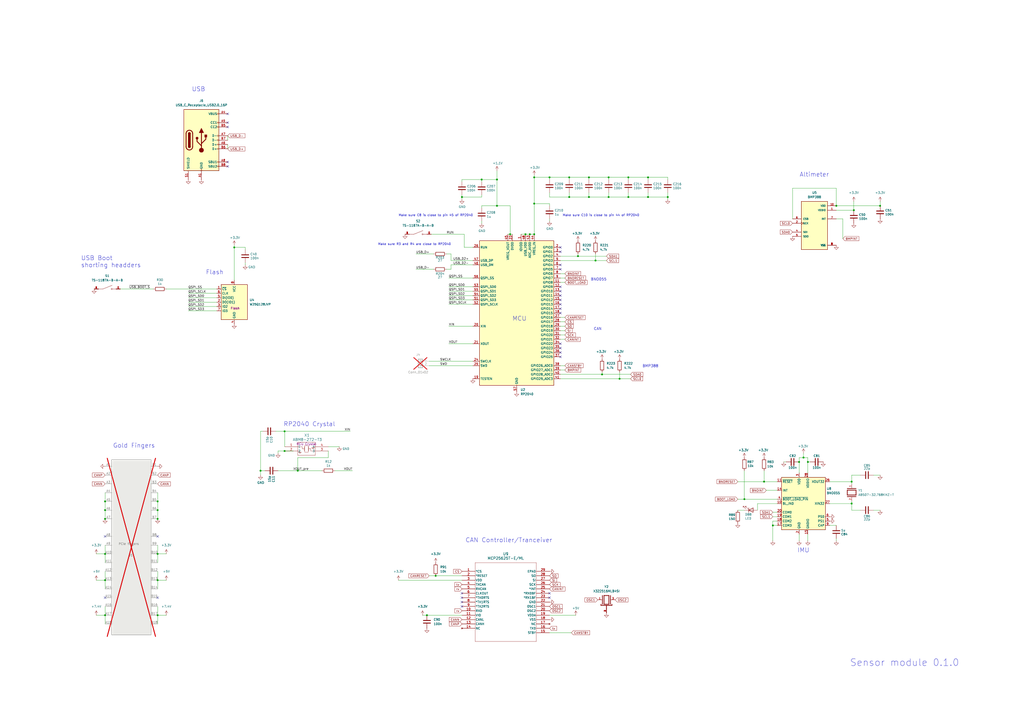
<source format=kicad_sch>
(kicad_sch (version 20231120) (generator "eeschema") (generator_version "8.0")
  (paper "A2")
  (junction (at 359.41 219.71))
  (junction (at 252.73 334.01))
  (junction (at 151.13 273.05))
  (junction (at 91.44 295.91))
  (junction (at 330.2 114.3))
  (junction (at 60.96 321.31))
  (junction (at 135.89 143.51))
  (junction (at 463.55 267.97))
  (junction (at 60.96 295.91))
  (junction (at 91.44 300.99))
  (junction (at 349.25 217.17))
  (junction (at 341.63 102.87))
  (junction (at 91.44 290.83))
  (junction (at 288.29 104.14))
  (junction (at 288.29 119.38))
  (junction (at 267.97 114.3))
  (junction (at 468.63 267.97))
  (junction (at 431.8 289.56))
  (junction (at 330.2 102.87))
  (junction (at 318.77 102.87))
  (junction (at 91.44 356.87))
  (junction (at 448.31 304.8))
  (junction (at 60.96 300.99))
  (junction (at 510.54 119.38))
  (junction (at 295.91 135.89))
  (junction (at 60.96 356.87))
  (junction (at 309.88 118.11))
  (junction (at 494.03 292.1))
  (junction (at 307.34 135.89))
  (junction (at 309.88 135.89))
  (junction (at 309.88 102.87))
  (junction (at 341.63 114.3))
  (junction (at 91.44 336.55))
  (junction (at 247.65 356.87))
  (junction (at 375.92 114.3))
  (junction (at 364.49 102.87))
  (junction (at 335.28 148.59))
  (junction (at 172.72 273.05))
  (junction (at 60.96 290.83))
  (junction (at 353.06 114.3))
  (junction (at 304.8 135.89))
  (junction (at 375.92 102.87))
  (junction (at 466.09 265.43))
  (junction (at 91.44 321.31))
  (junction (at 353.06 102.87))
  (junction (at 387.35 114.3))
  (junction (at 165.1 261.62))
  (junction (at 443.23 279.4))
  (junction (at 494.03 279.4))
  (junction (at 279.4 104.14))
  (junction (at 165.1 250.19))
  (junction (at 495.3 121.92))
  (junction (at 364.49 114.3))
  (junction (at 485.14 119.38))
  (junction (at 60.96 336.55))
  (junction (at 345.44 151.13))
  (no_connect (at 91.44 346.71))
  (no_connect (at 318.77 344.17))
  (no_connect (at 132.08 96.52))
  (no_connect (at 132.08 93.98))
  (no_connect (at 325.12 179.07))
  (no_connect (at 91.44 311.15))
  (no_connect (at 267.97 351.79))
  (no_connect (at 325.12 204.47))
  (no_connect (at 325.12 171.45))
  (no_connect (at 325.12 201.93))
  (no_connect (at 325.12 166.37))
  (no_connect (at 325.12 146.05))
  (no_connect (at 60.96 346.71))
  (no_connect (at 132.08 71.12))
  (no_connect (at 267.97 344.17))
  (no_connect (at 132.08 73.66))
  (no_connect (at 325.12 156.21))
  (no_connect (at 325.12 168.91))
  (no_connect (at 267.97 346.71))
  (no_connect (at 325.12 143.51))
  (no_connect (at 325.12 176.53))
  (no_connect (at 325.12 153.67))
  (no_connect (at 267.97 349.25))
  (no_connect (at 325.12 199.39))
  (no_connect (at 132.08 66.04))
  (no_connect (at 325.12 173.99))
  (no_connect (at 60.96 311.15))
  (no_connect (at 325.12 181.61))
  (no_connect (at 318.77 346.71))
  (no_connect (at 325.12 207.01))
  (wire (pts (xy 261.62 156.21) (xy 261.62 153.67)))
  (wire (pts (xy 260.35 171.45) (xy 274.32 171.45)))
  (wire (pts (xy 91.44 290.83) (xy 91.44 295.91)))
  (wire (pts (xy 309.88 118.11) (xy 318.77 118.11)))
  (wire (pts (xy 304.8 135.89) (xy 307.34 135.89)))
  (wire (pts (xy 495.3 121.92) (xy 495.3 116.84)))
  (wire (pts (xy 279.4 120.65) (xy 279.4 119.38)))
  (wire (pts (xy 327.66 189.23) (xy 325.12 189.23)))
  (wire (pts (xy 172.72 265.43) (xy 172.72 273.05)))
  (wire (pts (xy 261.62 147.32) (xy 261.62 151.13)))
  (wire (pts (xy 359.41 219.71) (xy 365.76 219.71)))
  (wire (pts (xy 443.23 273.05) (xy 443.23 279.4)))
  (wire (pts (xy 279.4 104.14) (xy 288.29 104.14)))
  (wire (pts (xy 109.22 170.18) (xy 125.73 170.18)))
  (wire (pts (xy 327.66 184.15) (xy 325.12 184.15)))
  (wire (pts (xy 469.9 267.97) (xy 468.63 267.97)))
  (wire (pts (xy 60.96 285.75) (xy 60.96 290.83)))
  (wire (pts (xy 481.33 304.8) (xy 485.14 304.8)))
  (wire (pts (xy 274.32 176.53) (xy 260.35 176.53)))
  (wire (pts (xy 248.92 212.09) (xy 274.32 212.09)))
  (wire (pts (xy 267.97 113.03) (xy 267.97 114.3)))
  (wire (pts (xy 349.25 215.9) (xy 349.25 217.17)))
  (wire (pts (xy 91.44 321.31) (xy 91.44 326.39)))
  (wire (pts (xy 345.44 151.13) (xy 351.79 151.13)))
  (wire (pts (xy 463.55 265.43) (xy 463.55 267.97)))
  (wire (pts (xy 448.31 302.26) (xy 448.31 304.8)))
  (wire (pts (xy 269.24 135.89) (xy 250.19 135.89)))
  (wire (pts (xy 91.44 295.91) (xy 91.44 300.99)))
  (wire (pts (xy 375.92 114.3) (xy 387.35 114.3)))
  (wire (pts (xy 318.77 127) (xy 318.77 128.27)))
  (wire (pts (xy 160.02 250.19) (xy 165.1 250.19)))
  (wire (pts (xy 288.29 119.38) (xy 295.91 119.38)))
  (wire (pts (xy 431.8 289.56) (xy 450.85 289.56)))
  (wire (pts (xy 161.29 261.62) (xy 161.29 262.89)))
  (wire (pts (xy 335.28 147.32) (xy 335.28 148.59)))
  (wire (pts (xy 132.08 78.74) (xy 132.08 81.28)))
  (wire (pts (xy 327.66 212.09) (xy 325.12 212.09)))
  (wire (pts (xy 325.12 151.13) (xy 345.44 151.13)))
  (wire (pts (xy 241.3 147.32) (xy 251.46 147.32)))
  (wire (pts (xy 135.89 143.51) (xy 135.89 162.56)))
  (wire (pts (xy 135.89 142.24) (xy 135.89 143.51)))
  (wire (pts (xy 494.03 279.4) (xy 494.03 280.67)))
  (wire (pts (xy 375.92 114.3) (xy 364.49 114.3)))
  (wire (pts (xy 485.14 313.69) (xy 485.14 312.42)))
  (wire (pts (xy 194.31 273.05) (xy 204.47 273.05)))
  (wire (pts (xy 466.09 262.89) (xy 466.09 265.43)))
  (wire (pts (xy 341.63 114.3) (xy 330.2 114.3)))
  (wire (pts (xy 448.31 297.18) (xy 450.85 297.18)))
  (wire (pts (xy 431.8 295.91) (xy 427.99 295.91)))
  (wire (pts (xy 267.97 114.3) (xy 279.4 114.3)))
  (wire (pts (xy 190.5 261.62) (xy 190.5 265.43)))
  (wire (pts (xy 494.03 279.4) (xy 481.33 279.4)))
  (wire (pts (xy 231.14 336.55) (xy 267.97 336.55)))
  (wire (pts (xy 439.42 292.1) (xy 450.85 292.1)))
  (wire (pts (xy 248.92 209.55) (xy 274.32 209.55)))
  (wire (pts (xy 499.11 275.59) (xy 494.03 275.59)))
  (wire (pts (xy 375.92 104.14) (xy 375.92 102.87)))
  (wire (pts (xy 387.35 114.3) (xy 387.35 115.57)))
  (wire (pts (xy 125.73 172.72) (xy 109.22 172.72)))
  (wire (pts (xy 494.03 279.4) (xy 494.03 275.59)))
  (wire (pts (xy 443.23 279.4) (xy 450.85 279.4)))
  (wire (pts (xy 364.49 111.76) (xy 364.49 114.3)))
  (wire (pts (xy 375.92 111.76) (xy 375.92 114.3)))
  (wire (pts (xy 454.66 267.97) (xy 455.93 267.97)))
  (wire (pts (xy 466.09 265.43) (xy 468.63 265.43)))
  (wire (pts (xy 488.95 127) (xy 488.95 138.43)))
  (wire (pts (xy 510.54 275.59) (xy 506.73 275.59)))
  (wire (pts (xy 318.77 356.87) (xy 334.01 356.87)))
  (wire (pts (xy 245.11 356.87) (xy 247.65 356.87)))
  (wire (pts (xy 151.13 273.05) (xy 151.13 275.59)))
  (wire (pts (xy 55.88 356.87) (xy 60.96 356.87)))
  (wire (pts (xy 485.14 109.22) (xy 459.74 109.22)))
  (wire (pts (xy 267.97 104.14) (xy 279.4 104.14)))
  (wire (pts (xy 260.35 166.37) (xy 274.32 166.37)))
  (wire (pts (xy 330.2 104.14) (xy 330.2 102.87)))
  (wire (pts (xy 485.14 121.92) (xy 495.3 121.92)))
  (wire (pts (xy 375.92 102.87) (xy 387.35 102.87)))
  (wire (pts (xy 510.54 295.91) (xy 506.73 295.91)))
  (wire (pts (xy 459.74 109.22) (xy 459.74 127)))
  (wire (pts (xy 364.49 114.3) (xy 353.06 114.3)))
  (wire (pts (xy 91.44 336.55) (xy 91.44 331.47)))
  (wire (pts (xy 341.63 102.87) (xy 353.06 102.87)))
  (wire (pts (xy 60.96 321.31) (xy 60.96 316.23)))
  (wire (pts (xy 325.12 219.71) (xy 359.41 219.71)))
  (wire (pts (xy 327.66 191.77) (xy 325.12 191.77)))
  (wire (pts (xy 91.44 356.87) (xy 91.44 351.79)))
  (wire (pts (xy 353.06 104.14) (xy 353.06 102.87)))
  (wire (pts (xy 274.32 199.39) (xy 260.35 199.39)))
  (wire (pts (xy 267.97 105.41) (xy 267.97 104.14)))
  (wire (pts (xy 142.24 144.78) (xy 142.24 143.51)))
  (wire (pts (xy 288.29 99.06) (xy 288.29 104.14)))
  (wire (pts (xy 274.32 143.51) (xy 269.24 143.51)))
  (wire (pts (xy 330.2 114.3) (xy 318.77 114.3)))
  (wire (pts (xy 307.34 135.89) (xy 309.88 135.89)))
  (wire (pts (xy 172.72 273.05) (xy 186.69 273.05)))
  (wire (pts (xy 295.91 119.38) (xy 295.91 135.89)))
  (wire (pts (xy 60.96 356.87) (xy 60.96 351.79)))
  (wire (pts (xy 267.97 114.3) (xy 267.97 115.57)))
  (wire (pts (xy 294.64 135.89) (xy 295.91 135.89)))
  (wire (pts (xy 365.76 217.17) (xy 349.25 217.17)))
  (wire (pts (xy 279.4 119.38) (xy 288.29 119.38)))
  (wire (pts (xy 318.77 104.14) (xy 318.77 102.87)))
  (wire (pts (xy 341.63 111.76) (xy 341.63 114.3)))
  (wire (pts (xy 247.65 356.87) (xy 267.97 356.87)))
  (wire (pts (xy 142.24 143.51) (xy 135.89 143.51)))
  (wire (pts (xy 387.35 111.76) (xy 387.35 114.3)))
  (wire (pts (xy 91.44 321.31) (xy 91.44 316.23)))
  (wire (pts (xy 351.79 148.59) (xy 335.28 148.59)))
  (wire (pts (xy 431.8 273.05) (xy 431.8 289.56)))
  (wire (pts (xy 279.4 105.41) (xy 279.4 104.14)))
  (wire (pts (xy 261.62 153.67) (xy 274.32 153.67)))
  (wire (pts (xy 60.96 295.91) (xy 60.96 300.99)))
  (wire (pts (xy 125.73 180.34) (xy 109.22 180.34)))
  (wire (pts (xy 318.77 102.87) (xy 330.2 102.87)))
  (wire (pts (xy 327.66 161.29) (xy 325.12 161.29)))
  (wire (pts (xy 335.28 148.59) (xy 325.12 148.59)))
  (wire (pts (xy 60.96 321.31) (xy 60.96 326.39)))
  (wire (pts (xy 151.13 250.19) (xy 151.13 273.05)))
  (wire (pts (xy 325.12 217.17) (xy 349.25 217.17)))
  (wire (pts (xy 96.52 167.64) (xy 125.73 167.64)))
  (wire (pts (xy 55.88 336.55) (xy 60.96 336.55)))
  (wire (pts (xy 318.77 111.76) (xy 318.77 114.3)))
  (wire (pts (xy 444.5 284.48) (xy 450.85 284.48)))
  (wire (pts (xy 190.5 259.08) (xy 196.85 259.08)))
  (wire (pts (xy 327.66 214.63) (xy 325.12 214.63)))
  (wire (pts (xy 309.88 118.11) (xy 309.88 135.89)))
  (wire (pts (xy 165.1 250.19) (xy 203.2 250.19)))
  (wire (pts (xy 55.88 321.31) (xy 60.96 321.31)))
  (wire (pts (xy 364.49 104.14) (xy 364.49 102.87)))
  (wire (pts (xy 318.77 119.38) (xy 318.77 118.11)))
  (wire (pts (xy 69.85 167.64) (xy 88.9 167.64)))
  (wire (pts (xy 448.31 299.72) (xy 450.85 299.72)))
  (wire (pts (xy 468.63 309.88) (xy 468.63 313.69)))
  (wire (pts (xy 96.52 321.31) (xy 91.44 321.31)))
  (wire (pts (xy 269.24 143.51) (xy 269.24 135.89)))
  (wire (pts (xy 353.06 111.76) (xy 353.06 114.3)))
  (wire (pts (xy 463.55 313.69) (xy 463.55 309.88)))
  (wire (pts (xy 510.54 119.38) (xy 510.54 116.84)))
  (wire (pts (xy 439.42 292.1) (xy 439.42 295.91)))
  (wire (pts (xy 288.29 104.14) (xy 288.29 119.38)))
  (wire (pts (xy 96.52 356.87) (xy 91.44 356.87)))
  (wire (pts (xy 125.73 175.26) (xy 109.22 175.26)))
  (wire (pts (xy 463.55 267.97) (xy 463.55 274.32)))
  (wire (pts (xy 427.99 279.4) (xy 443.23 279.4)))
  (wire (pts (xy 142.24 152.4) (xy 142.24 153.67)))
  (wire (pts (xy 499.11 295.91) (xy 494.03 295.91)))
  (wire (pts (xy 353.06 114.3) (xy 341.63 114.3)))
  (wire (pts (xy 448.31 304.8) (xy 450.85 304.8)))
  (wire (pts (xy 259.08 156.21) (xy 261.62 156.21)))
  (wire (pts (xy 60.96 336.55) (xy 60.96 341.63)))
  (wire (pts (xy 260.35 173.99) (xy 274.32 173.99)))
  (wire (pts (xy 327.66 194.31) (xy 325.12 194.31)))
  (wire (pts (xy 345.44 147.32) (xy 345.44 151.13)))
  (wire (pts (xy 248.92 334.01) (xy 252.73 334.01)))
  (wire (pts (xy 359.41 215.9) (xy 359.41 219.71)))
  (wire (pts (xy 151.13 250.19) (xy 152.4 250.19)))
  (wire (pts (xy 468.63 267.97) (xy 468.63 274.32)))
  (wire (pts (xy 132.08 83.82) (xy 132.08 86.36)))
  (wire (pts (xy 341.63 104.14) (xy 341.63 102.87)))
  (wire (pts (xy 161.29 273.05) (xy 172.72 273.05)))
  (wire (pts (xy 252.73 334.01) (xy 267.97 334.01)))
  (wire (pts (xy 448.31 313.69) (xy 448.31 304.8)))
  (wire (pts (xy 260.35 189.23) (xy 274.32 189.23)))
  (wire (pts (xy 91.44 356.87) (xy 91.44 361.95)))
  (wire (pts (xy 327.66 158.75) (xy 325.12 158.75)))
  (wire (pts (xy 60.96 290.83) (xy 60.96 295.91)))
  (wire (pts (xy 161.29 261.62) (xy 165.1 261.62)))
  (wire (pts (xy 427.99 289.56) (xy 431.8 289.56)))
  (wire (pts (xy 485.14 119.38) (xy 510.54 119.38)))
  (wire (pts (xy 468.63 265.43) (xy 468.63 267.97)))
  (wire (pts (xy 327.66 186.69) (xy 325.12 186.69)))
  (wire (pts (xy 309.88 101.6) (xy 309.88 102.87)))
  (wire (pts (xy 309.88 102.87) (xy 318.77 102.87)))
  (wire (pts (xy 488.95 127) (xy 485.14 127)))
  (wire (pts (xy 241.3 156.21) (xy 251.46 156.21)))
  (wire (pts (xy 96.52 336.55) (xy 91.44 336.55)))
  (wire (pts (xy 274.32 161.29) (xy 260.35 161.29)))
  (wire (pts (xy 466.09 265.43) (xy 463.55 265.43)))
  (wire (pts (xy 364.49 102.87) (xy 375.92 102.87)))
  (wire (pts (xy 330.2 111.76) (xy 330.2 114.3)))
  (wire (pts (xy 165.1 261.62) (xy 170.18 261.62)))
  (wire (pts (xy 327.66 163.83) (xy 325.12 163.83)))
  (wire (pts (xy 91.44 285.75) (xy 91.44 290.83)))
  (wire (pts (xy 485.14 119.38) (xy 485.14 109.22)))
  (wire (pts (xy 261.62 151.13) (xy 274.32 151.13)))
  (wire (pts (xy 153.67 273.05) (xy 151.13 273.05)))
  (wire (pts (xy 190.5 265.43) (xy 172.72 265.43)))
  (wire (pts (xy 494.03 292.1) (xy 494.03 295.91)))
  (wire (pts (xy 331.47 367.03) (xy 318.77 367.03)))
  (wire (pts (xy 279.4 128.27) (xy 279.4 129.54)))
  (wire (pts (xy 309.88 102.87) (xy 309.88 118.11)))
  (wire (pts (xy 295.91 135.89) (xy 297.18 135.89)))
  (wire (pts (xy 165.1 250.19) (xy 165.1 259.08)))
  (wire (pts (xy 259.08 147.32) (xy 261.62 147.32)))
  (wire (pts (xy 387.35 104.14) (xy 387.35 102.87)))
  (wire (pts (xy 279.4 114.3) (xy 279.4 113.03)))
  (wire (pts (xy 60.96 336.55) (xy 60.96 331.47)))
  (wire (pts (xy 60.96 356.87) (xy 60.96 361.95)))
  (wire (pts (xy 260.35 168.91) (xy 274.32 168.91)))
  (wire (pts (xy 353.06 102.87) (xy 364.49 102.87)))
  (wire (pts (xy 91.44 336.55) (xy 91.44 341.63)))
  (wire (pts (xy 494.03 290.83) (xy 494.03 292.1)))
  (wire (pts (xy 330.2 102.87) (xy 341.63 102.87)))
  (wire (pts (xy 327.66 196.85) (xy 325.12 196.85)))
  (wire (pts (xy 448.31 302.26) (xy 450.85 302.26)))
  (wire (pts (xy 302.26 135.89) (xy 304.8 135.89)))
  (wire (pts (xy 125.73 177.8) (xy 109.22 177.8)))
  (wire (pts (xy 481.33 292.1) (xy 494.03 292.1)))
  (text "Make sure C10 is close to pin 44 of RP2040" (at 326.39 125.73 0) (effects (font (size 1.27 1.27)) (justify left bottom)))
  (text "Make sure C8 is close to pin 45 of RP2040" (at 231.14 125.73 0) (effects (font (size 1.27 1.27)) (justify left bottom)))
  (text "RP2040 Crystal" (at 164.465 247.65 0) (effects (font (size 2.54 2.54)) (justify left bottom)))
  (text "Altimeter" (at 463.804 102.87 0) (effects (font (size 2.54 2.54)) (justify left bottom)))
  (text "BNO055\n" (at 342.646 163.068 0) (effects (font (size 1.524 1.524)) (justify left bottom)))
  (text "BMP388" (at 372.618 213.36 0) (effects (font (size 1.524 1.524)) (justify left bottom)))
  (text "IMU" (at 462.534 320.802 0) (effects (font (size 2.54 2.54)) (justify left bottom)))
  (text "USB" (at 111.252 53.34 0) (effects (font (size 2.54 2.54)) (justify left bottom)))
  (text "Make sure R3 and R4 are close to RP2040" (at 261.62 142.494 0) (effects (font (size 1.27 1.27)) (justify right bottom)))
  (text "CAN" (at 344.424 191.77 0) (effects (font (size 1.524 1.524)) (justify left bottom)))
  (text "USB Boot \nshorting headders" (at 46.99 155.448 0) (effects (font (size 2.54 2.54)) (justify left bottom)))
  (text "Sensor module 0.1.0" (at 493.014 386.842 0) (effects (font (size 4 4)) (justify left bottom)))
  (text "Gold Fingers" (at 65.532 260.096 0) (effects (font (size 2.54 2.54)) (justify left bottom)))
  (text "MCU" (at 297.18 186.436 0) (effects (font (size 2.54 2.54)) (justify left bottom)))
  (text "CAN Controller/Tranceiver" (at 270.002 314.96 0) (effects (font (size 2.54 2.54)) (justify left bottom)))
  (text "Flash" (at 119.38 159.512 0) (effects (font (size 2.54 2.54)) (justify left bottom)))
  (label "USB_D2+" (at 262.89 151.13 0))
  (label "XOUT_pre" (at 179.07 273.05 180))
  (label "~{USB_BOOT_S}" (at 74.93 167.64 0))
  (label "QSPI_SD3" (at 260.35 173.99 0))
  (label "QSPI_SD1" (at 109.22 175.26 0))
  (label "XIN" (at 260.35 189.23 0))
  (label "USB_D+" (at 241.3 147.32 0))
  (label "SWD" (at 255.27 212.09 0))
  (label "QSPI_SS" (at 109.22 167.64 0))
  (label "QSPI_SD3" (at 109.22 180.34 0))
  (label "XIN" (at 203.2 250.19 180))
  (label "QSPI_SD2" (at 109.22 177.8 0))
  (label "QSPI_SS" (at 260.35 161.29 0))
  (label "XOUT" (at 204.47 273.05 180))
  (label "SWCLK" (at 255.27 209.55 0))
  (label "QSPI_SCLK" (at 109.22 170.18 0))
  (label "QSPI_SD1" (at 260.35 168.91 0))
  (label "QSPI_SCLK" (at 260.35 176.53 0))
  (label "USB_D-" (at 241.3 156.21 0))
  (label "USB_D2-" (at 262.89 153.67 0))
  (label "QSPI_SD2" (at 260.35 171.45 0))
  (label "QSPI_SD0" (at 109.22 172.72 0))
  (label "XOUT" (at 260.35 199.39 0))
  (label "RUN" (at 259.08 135.89 0))
  (label "QSPI_SD0" (at 260.35 166.37 0))
  (global_label "tx" (shape input) (at 267.97 339.09 180) (property "Intersheetrefs" "${INTERSHEET_REFS}" (effects (hide yes))))
  (global_label "BNOINT" (shape input) (at 327.66 158.75 0) (property "Intersheetrefs" "${INTERSHEET_REFS}" (effects (hide yes))))
  (global_label "BNORESET" (shape input) (at 427.99 279.4 180) (property "Intersheetrefs" "${INTERSHEET_REFS}" (effects (hide yes))))
  (global_label "SDA0" (shape input) (at 459.74 134.62 180) (property "Intersheetrefs" "${INTERSHEET_REFS}" (effects (hide yes))))
  (global_label "SCL1" (shape input) (at 351.79 151.13 0) (property "Intersheetrefs" "${INTERSHEET_REFS}" (effects (hide yes))))
  (global_label "CANN" (shape input) (at 267.97 359.41 180) (property "Intersheetrefs" "${INTERSHEET_REFS}" (effects (hide yes))))
  (global_label "SCL0" (shape input) (at 365.76 219.71 0) (property "Intersheetrefs" "${INTERSHEET_REFS}" (effects (hide yes))))
  (global_label "OSC1" (shape input) (at 346.71 347.98 180) (property "Intersheetrefs" "${INTERSHEET_REFS}" (effects (hide yes))))
  (global_label "CANN" (shape input) (at 60.96 280.67 180) (property "Intersheetrefs" "${INTERSHEET_REFS}" (effects (hide yes))))
  (global_label "BNOINT" (shape input) (at 444.5 284.48 180) (property "Intersheetrefs" "${INTERSHEET_REFS}" (effects (hide yes))))
  (global_label "CANP" (shape input) (at 267.97 361.95 180) (property "Intersheetrefs" "${INTERSHEET_REFS}" (effects (hide yes))))
  (global_label "CANSTBY" (shape input) (at 331.47 367.03 0) (property "Intersheetrefs" "${INTERSHEET_REFS}" (effects (hide yes))))
  (global_label "SCK" (shape input) (at 327.66 194.31 0) (property "Intersheetrefs" "${INTERSHEET_REFS}" (effects (hide yes))))
  (global_label "OSC1" (shape input) (at 318.77 351.79 0) (property "Intersheetrefs" "${INTERSHEET_REFS}" (effects (hide yes))))
  (global_label "CS" (shape input) (at 327.66 186.69 0) (property "Intersheetrefs" "${INTERSHEET_REFS}" (effects (hide yes))))
  (global_label "BOOT_LOAD" (shape input) (at 327.66 163.83 0) (property "Intersheetrefs" "${INTERSHEET_REFS}" (effects (hide yes))))
  (global_label "CANSTBY" (shape input) (at 327.66 212.09 0) (property "Intersheetrefs" "${INTERSHEET_REFS}" (effects (hide yes))))
  (global_label "SDA1" (shape input) (at 448.31 297.18 180) (property "Intersheetrefs" "${INTERSHEET_REFS}" (effects (hide yes))))
  (global_label "CANP" (shape input) (at 91.44 275.59 0) (property "Intersheetrefs" "${INTERSHEET_REFS}" (effects (hide yes))))
  (global_label "USB_D+" (shape input) (at 132.08 86.36 0) (property "Intersheetrefs" "${INTERSHEET_REFS}" (effects (hide yes))))
  (global_label "CANRESET" (shape input) (at 327.66 184.15 0) (property "Intersheetrefs" "${INTERSHEET_REFS}" (effects (hide yes))))
  (global_label "rx" (shape input) (at 267.97 341.63 180) (property "Intersheetrefs" "${INTERSHEET_REFS}" (effects (hide yes))))
  (global_label "CANRESET" (shape input) (at 248.92 334.01 180) (property "Intersheetrefs" "${INTERSHEET_REFS}" (effects (hide yes))))
  (global_label "SDA0" (shape input) (at 365.76 217.17 0) (property "Intersheetrefs" "${INTERSHEET_REFS}" (effects (hide yes))))
  (global_label "SO" (shape input) (at 318.77 334.01 0) (property "Intersheetrefs" "${INTERSHEET_REFS}" (effects (hide yes))))
  (global_label "BNORESET" (shape input) (at 327.66 161.29 0) (property "Intersheetrefs" "${INTERSHEET_REFS}" (effects (hide yes))))
  (global_label "OSC2" (shape input) (at 356.87 347.98 0) (property "Intersheetrefs" "${INTERSHEET_REFS}" (effects (hide yes))))
  (global_label "SCK" (shape input) (at 318.77 339.09 0) (property "Intersheetrefs" "${INTERSHEET_REFS}" (effects (hide yes))))
  (global_label "tx" (shape input) (at 318.77 364.49 0) (property "Intersheetrefs" "${INTERSHEET_REFS}" (effects (hide yes))))
  (global_label "CS" (shape input) (at 267.97 331.47 180) (property "Intersheetrefs" "${INTERSHEET_REFS}" (effects (hide yes))))
  (global_label "BOOT_LOAD" (shape input) (at 427.99 289.56 180) (property "Intersheetrefs" "${INTERSHEET_REFS}" (effects (hide yes))))
  (global_label "SI" (shape input) (at 327.66 191.77 0) (property "Intersheetrefs" "${INTERSHEET_REFS}" (effects (hide yes))))
  (global_label "CANINT" (shape input) (at 327.66 196.85 0) (property "Intersheetrefs" "${INTERSHEET_REFS}" (effects (hide yes))))
  (global_label "SI" (shape input) (at 318.77 336.55 0) (property "Intersheetrefs" "${INTERSHEET_REFS}" (effects (hide yes))))
  (global_label "SCL1" (shape input) (at 448.31 299.72 180) (property "Intersheetrefs" "${INTERSHEET_REFS}" (effects (hide yes))))
  (global_label "OSC2" (shape input) (at 318.77 354.33 0) (property "Intersheetrefs" "${INTERSHEET_REFS}" (effects (hide yes))))
  (global_label "SO" (shape input) (at 327.66 189.23 0) (property "Intersheetrefs" "${INTERSHEET_REFS}" (effects (hide yes))))
  (global_label "CANINT" (shape input) (at 318.77 341.63 0) (property "Intersheetrefs" "${INTERSHEET_REFS}" (effects (hide yes))))
  (global_label "SCL0" (shape input) (at 459.74 129.54 180) (property "Intersheetrefs" "${INTERSHEET_REFS}" (effects (hide yes))))
  (global_label "USB_D-" (shape input) (at 132.08 78.74 0) (property "Intersheetrefs" "${INTERSHEET_REFS}" (effects (hide yes))))
  (global_label "CANN" (shape input) (at 91.44 280.67 0) (property "Intersheetrefs" "${INTERSHEET_REFS}" (effects (hide yes))))
  (global_label "BMPINT" (shape input) (at 327.66 214.63 0) (property "Intersheetrefs" "${INTERSHEET_REFS}" (effects (hide yes))))
  (global_label "SDA1" (shape input) (at 351.79 148.59 0) (property "Intersheetrefs" "${INTERSHEET_REFS}" (effects (hide yes))))
  (global_label "CANP" (shape input) (at 60.96 275.59 180) (property "Intersheetrefs" "${INTERSHEET_REFS}" (effects (hide yes))))
  (global_label "BMPINT" (shape input) (at 488.95 138.43 0) (property "Intersheetrefs" "${INTERSHEET_REFS}" (effects (hide yes))))
  (global_label "rx" (shape input) (at 267.97 354.33 180) (property "Intersheetrefs" "${INTERSHEET_REFS}" (effects (hide yes))))
  (symbol (lib_id "Device:C") (at 459.74 267.97 90) (unit 1)
    (property "Reference" "C82" (at 461.772 264.414 90) (effects (justify left)))
    (property "Value" "100n" (at 462.28 271.272 90) (effects (justify left)))
    (property "Footprint" "Capacitor_SMD:C_0402_1005Metric" (effects (hide yes)))
    (property "info" "100nF Cap" (effects (hide yes)))
    (property "LCSC Part #" "C307331" (effects (hide yes)))
    (property "basic?" "yes" (effects (hide yes)))
    (property "price" "C$0.0077 " (effects (hide yes)))
    (property "JLC Link" "https://jlcpcb.com/partdetail/291005-CL05B104KB54PNC/C307331" (effects (hide yes)))
  )
  (symbol (lib_id "crystal:ABM8-272-T3") (at 165.1 259.08 0) (unit 1)
    (property "Reference" "X1" (at 178.054 252.476 0) (effects (font (size 1.524 1.524))))
    (property "Value" "ABM8-272-T3" (at 178.308 255.016 0) (effects (font (size 1.524 1.524))))
    (property "Footprint" "ABM8-272-T3:ABM8-272-T3_ABR" (effects (hide yes)))
    (property "Datasheet" "ABM8-272-T3" (effects (hide yes)))
    (property "LCSC Part #" "C20625731" (effects (hide yes)))
    (property "basic?" "no" (effects (hide yes)))
    (property "info" "MCU Crystal" (at 177.8 257.556 0))
    (property "price" "C$0.6692 " (effects (hide yes)))
    (property "JLC Link" "https://jlcpcb.com/partdetail/AbraconLlc-ABM8_272T3/C20625731" (effects (hide yes)))
    (property "Current Draw" "200 uW 3.3v" (effects (hide yes)))
  )
  (symbol (lib_id "Device:C") (at 330.2 107.95 0) (unit 1)
    (property "Reference" "C211" (at 333.121 106.7816 0) (effects (justify left)))
    (property "Value" "100n" (at 333.121 109.093 0) (effects (justify left)))
    (property "Footprint" "Capacitor_SMD:C_0402_1005Metric" (effects (hide yes)))
    (property "info" "100nF Cap" (effects (hide yes)))
    (property "LCSC Part #" "C307331" (effects (hide yes)))
    (property "basic?" "yes" (effects (hide yes)))
    (property "price" "C$0.0077 " (effects (hide yes)))
    (property "JLC Link" "https://jlcpcb.com/partdetail/291005-CL05B104KB54PNC/C307331" (effects (hide yes)))
  )
  (symbol (lib_id "power:VAA") (at 55.88 321.31 0) (unit 1)
    (property "Reference" "#PWR022" (effects (hide yes)))
    (property "Value" "+3.3V" (at 55.88 316.23 0))
    (property "Description" "Power symbol creates a global label with name \"VAA\"" (effects (hide yes)))
  )
  (symbol (lib_id "power:GND") (at 91.44 300.99 0) (unit 1)
    (property "Reference" "#PWR014" (effects (hide yes)))
    (property "Value" "GND" (effects (hide yes)))
    (property "Description" "Power symbol creates a global label with name \"GND\" , ground" (effects (hide yes)))
  )
  (symbol (lib_id "power:GND") (at 351.79 355.6 0) (unit 1)
    (property "Reference" "#PWR080" (effects (hide yes)))
    (property "Value" "GND" (effects (hide yes)))
    (property "Description" "Power symbol creates a global label with name \"GND\" , ground" (effects (hide yes)))
  )
  (symbol (lib_id "power:VAA") (at 96.52 336.55 0) (unit 1)
    (property "Reference" "#PWR021" (effects (hide yes)))
    (property "Value" "+5V" (at 96.52 331.47 0))
    (property "Description" "Power symbol creates a global label with name \"VAA\"" (effects (hide yes)))
  )
  (symbol (lib_id "power:+3V3") (at 335.28 139.7 0) (unit 1)
    (property "Reference" "#PWR041" (effects (hide yes)))
    (property "Value" "+3.3V" (at 334.772 135.382 0))
  )
  (symbol (lib_id "Device:C") (at 353.06 107.95 0) (unit 1)
    (property "Reference" "C213" (at 355.981 106.7816 0) (effects (justify left)))
    (property "Value" "100n" (at 355.981 109.093 0) (effects (justify left)))
    (property "Footprint" "Capacitor_SMD:C_0402_1005Metric" (effects (hide yes)))
    (property "info" "100nF Cap" (effects (hide yes)))
    (property "LCSC Part #" "C307331" (effects (hide yes)))
    (property "basic?" "yes" (effects (hide yes)))
    (property "price" "C$0.0077 " (effects (hide yes)))
    (property "JLC Link" "https://jlcpcb.com/partdetail/291005-CL05B104KB54PNC/C307331" (effects (hide yes)))
  )
  (symbol (lib_id "Device:R") (at 427.99 299.72 0) (unit 1)
    (property "Reference" "R89" (at 422.656 298.704 0) (effects (justify left)))
    (property "Value" "150" (at 422.656 300.99 0) (effects (justify left)))
    (property "Footprint" "Resistor_SMD:R_0603_1608Metric" (effects (hide yes)))
    (property "Description" "Resistor" (effects (hide yes)))
    (property "JLC Link" "https://jlcpcb.com/partdetail/23535-0603WAF1500T5E/C22808" (effects (hide yes)))
    (property "LCSC Part #" "C22808" (effects (hide yes)))
    (property "basic?" "yes" (effects (hide yes)))
    (property "info" "150 ohm" (effects (hide yes)))
    (property "price" "C$0.0013 " (effects (hide yes)))
  )
  (symbol (lib_id "power:VAA") (at 55.88 336.55 0) (unit 1)
    (property "Reference" "#PWR010" (effects (hide yes)))
    (property "Value" "+5V" (at 55.88 331.47 0))
    (property "Description" "Power symbol creates a global label with name \"VAA\"" (effects (hide yes)))
  )
  (symbol (lib_id "power:+3V3") (at 135.89 142.24 0) (unit 1)
    (property "Reference" "#PWR012" (effects (hide yes)))
    (property "Value" "+3.3V" (at 136.271 137.8458 0))
  )
  (symbol (lib_id "power:GND") (at 116.84 104.14 0) (unit 1)
    (property "Reference" "#PWR029" (effects (hide yes)))
    (property "Value" "GND" (effects (hide yes)))
    (property "Description" "Power symbol creates a global label with name \"GND\" , ground" (effects (hide yes)))
  )
  (symbol (lib_id "power:GND") (at 510.54 127 0) (unit 1)
    (property "Reference" "#PWR040" (effects (hide yes)))
    (property "Value" "GND" (effects (hide yes)))
    (property "Description" "Power symbol creates a global label with name \"GND\" , ground" (effects (hide yes)))
  )
  (symbol (lib_id "power:GND") (at 274.32 219.71 0) (unit 1)
    (property "Reference" "#PWR024" (effects (hide yes)))
    (property "Value" "GND" (effects (hide yes)))
    (property "Description" "Power symbol creates a global label with name \"GND\" , ground" (effects (hide yes)))
  )
  (symbol (lib_id "Device:C") (at 247.65 360.68 0) (unit 1)
    (property "Reference" "C90" (at 251.46 359.4099 0) (effects (justify left)))
    (property "Value" "100n" (at 251.46 361.9499 0) (effects (justify left)))
    (property "Footprint" "Capacitor_SMD:C_0402_1005Metric" (effects (hide yes)))
    (property "Description" "Unpolarized capacitor" (effects (hide yes)))
    (property "info" "100nF Cap" (effects (hide yes)))
    (property "JLC Link" "https://jlcpcb.com/partdetail/291005-CL05B104KB54PNC/C307331" (effects (hide yes)))
    (property "LCSC Part #" "C307331" (effects (hide yes)))
    (property "basic?" "yes" (effects (hide yes)))
    (property "price" "C$0.0077 " (effects (hide yes)))
  )
  (symbol (lib_id "power:+3.3V") (at 231.14 336.55 0) (unit 1)
    (property "Reference" "#PWR074" (effects (hide yes)))
    (property "Value" "+3.3V" (at 231.14 331.47 0))
    (property "Description" "Power symbol creates a global label with name \"+3.3V\"" (effects (hide yes)))
  )
  (symbol (lib_id "Device:C") (at 267.97 109.22 0) (unit 1)
    (property "Reference" "C206" (at 270.891 108.0516 0) (effects (justify left)))
    (property "Value" "100n" (at 270.891 110.363 0) (effects (justify left)))
    (property "Footprint" "Capacitor_SMD:C_0402_1005Metric" (effects (hide yes)))
    (property "info" "100nF Cap" (effects (hide yes)))
    (property "LCSC Part #" "C307331" (effects (hide yes)))
    (property "basic?" "yes" (effects (hide yes)))
    (property "price" "C$0.0077 " (effects (hide yes)))
    (property "JLC Link" "https://jlcpcb.com/partdetail/291005-CL05B104KB54PNC/C307331" (effects (hide yes)))
  )
  (symbol (lib_id "power:VAA") (at 96.52 321.31 0) (unit 1)
    (property "Reference" "#PWR023" (effects (hide yes)))
    (property "Value" "+3.3V" (at 96.52 316.23 0))
    (property "Description" "Power symbol creates a global label with name \"VAA\"" (effects (hide yes)))
  )
  (symbol (lib_id "Device:R") (at 345.44 143.51 180) (unit 1)
    (property "Reference" "R221" (at 347.98 142.2399 0) (effects (justify right)))
    (property "Value" "4.7k" (at 347.98 144.7799 0) (effects (justify right)))
    (property "Footprint" "Resistor_SMD:R_0402_1005Metric" (effects (hide yes)))
    (property "Description" "Resistor" (effects (hide yes)))
    (property "LCSC Part #" "C25900" (effects (hide yes)))
    (property "basic?" "yes" (effects (hide yes)))
    (property "info" "4.7k ohm" (effects (hide yes)))
    (property "price" "C$0.0007 " (effects (hide yes)))
    (property "JLC Link" "https://jlcpcb.com/partdetail/26643-0402WGF4701TCE/C25900" (effects (hide yes)))
  )
  (symbol (lib_id "Device:C") (at 364.49 107.95 0) (unit 1)
    (property "Reference" "C214" (at 367.411 106.7816 0) (effects (justify left)))
    (property "Value" "100n" (at 367.411 109.093 0) (effects (justify left)))
    (property "Footprint" "Capacitor_SMD:C_0402_1005Metric" (effects (hide yes)))
    (property "info" "100nF Cap" (effects (hide yes)))
    (property "LCSC Part #" "C307331" (effects (hide yes)))
    (property "basic?" "yes" (effects (hide yes)))
    (property "price" "C$0.0077 " (effects (hide yes)))
    (property "JLC Link" "https://jlcpcb.com/partdetail/291005-CL05B104KB54PNC/C307331" (effects (hide yes)))
  )
  (symbol (lib_id "power:VAA") (at 96.52 356.87 0) (unit 1)
    (property "Reference" "#PWR019" (effects (hide yes)))
    (property "Value" "+7.4V" (at 96.52 351.79 0))
    (property "Description" "Power symbol creates a global label with name \"VAA\"" (effects (hide yes)))
  )
  (symbol (lib_id "power:+3V3") (at 349.25 208.28 0) (unit 1)
    (property "Reference" "#PWR026" (effects (hide yes)))
    (property "Value" "+3.3V" (at 348.742 203.962 0))
  )
  (symbol (lib_id "power:GND") (at 454.66 267.97 0) (unit 1)
    (property "Reference" "#PWR050" (effects (hide yes)))
    (property "Value" "GND" (effects (hide yes)))
  )
  (symbol (lib_id "power:+3V3") (at 443.23 265.43 0) (unit 1)
    (property "Reference" "#PWR051" (effects (hide yes)))
    (property "Value" "+3.3V" (at 442.722 261.112 0))
  )
  (symbol (lib_id "power:GND") (at 481.33 302.26 90) (unit 1)
    (property "Reference" "#PWR053" (effects (hide yes)))
    (property "Value" "GND" (effects (hide yes)))
  )
  (symbol (lib_id "power:+3.3V") (at 252.73 326.39 0) (unit 1)
    (property "Reference" "#PWR079" (effects (hide yes)))
    (property "Value" "+3.3V" (at 252.73 321.31 0))
    (property "Description" "Power symbol creates a global label with name \"+3.3V\"" (effects (hide yes)))
  )
  (symbol (lib_id "Device:C") (at 156.21 250.19 270) (unit 1)
    (property "Reference" "C10" (at 157.3784 253.111 0) (effects (justify left)))
    (property "Value" "15p" (at 155.067 253.111 0) (effects (justify left)))
    (property "Footprint" "Capacitor_SMD:C_0402_1005Metric" (effects (hide yes)))
    (property "LCSC Part #" "C1548" (effects (hide yes)))
    (property "basic?" "yes" (effects (hide yes)))
    (property "info" "15pF Cap" (effects (hide yes)))
    (property "price" "C$0.0013 " (effects (hide yes)))
    (property "JLC Link" "https://jlcpcb.com/partdetail/1900-0402CG150J500NT/C1548" (effects (hide yes)))
  )
  (symbol (lib_id "Device:R") (at 255.27 156.21 90) (unit 1)
    (property "Reference" "R204" (at 255.27 158.75 90))
    (property "Value" "27" (at 255.27 160.782 90))
    (property "Footprint" "Resistor_SMD:R_0402_1005Metric" (effects (hide yes)))
    (property "LCSC Part #" "C25100" (effects (hide yes)))
    (property "basic?" "no" (effects (hide yes)))
    (property "info" "27 ohm" (effects (hide yes)))
    (property "price" "C$0.0007 " (effects (hide yes)))
    (property "JLC Link" "https://jlcpcb.com/partdetail/25843-0402WGF270JTCE/C25100" (effects (hide yes)))
  )
  (symbol (lib_id "power:+3V3") (at 359.41 208.28 0) (unit 1)
    (property "Reference" "#PWR027" (effects (hide yes)))
    (property "Value" "+3.3V" (at 358.902 203.962 0))
  )
  (symbol (lib_id "Device:C") (at 279.4 124.46 0) (unit 1)
    (property "Reference" "C208" (at 282.321 123.2916 0) (effects (justify left)))
    (property "Value" "1u" (at 282.321 125.603 0) (effects (justify left)))
    (property "Footprint" "Capacitor_SMD:C_0402_1005Metric" (effects (hide yes)))
    (property "info" "1uF Cap" (effects (hide yes)))
    (property "LCSC Part #" "C52923" (effects (hide yes)))
    (property "basic?" "yes" (effects (hide yes)))
    (property "price" "C$0.0041 " (effects (hide yes)))
    (property "JLC Link" "https://jlcpcb.com/partdetail/53938-CL05A105KA5NQNC/C52923" (effects (hide yes)))
  )
  (symbol (lib_id "Sensor_Motion:BNO055") (at 466.09 292.1 0) (unit 1)
    (property "Reference" "U8" (at 479.552 283.464 0) (effects (justify left)))
    (property "Value" "BNO055" (at 479.552 286.004 0) (effects (justify left)))
    (property "Footprint" "Package_LGA:LGA-28_5.2x3.8mm_P0.5mm" (effects (hide yes)))
    (property "Datasheet" "https://www.bosch-sensortec.com/media/boschsensortec/downloads/datasheets/bst-bno055-ds000.pdf" (effects (hide yes)))
    (property "Description" "Intelligent 9-axis absolute orientation sensor, LGA-28" (effects (hide yes)))
    (property "LCSC" "C93216" (effects (hide yes)))
    (property "basic?" "no" (effects (hide yes)))
    (property "price" "C$14.0435 " (effects (hide yes)))
    (property "LCSC Part #" "C93216" (effects (hide yes)))
    (property "info" "BNO055" (effects (hide yes)))
    (property "JLC Link" "https://jlcpcb.com/partdetail/BoschSensortec-BNO055/C93216" (effects (hide yes)))
    (property "Current Draw" "12.3mA" (effects (hide yes)))
  )
  (symbol (lib_id "power:GND") (at 318.77 349.25 90) (unit 1)
    (property "Reference" "#PWR076" (effects (hide yes)))
    (property "Value" "GND" (effects (hide yes)))
    (property "Description" "Power symbol creates a global label with name \"GND\" , ground" (effects (hide yes)))
  )
  (symbol (lib_id "Device:R") (at 252.73 330.2 0) (unit 1)
    (property "Reference" "R91" (at 255.27 328.9299 0) (effects (justify left)))
    (property "Value" "10k" (at 255.27 331.4699 0) (effects (justify left)))
    (property "Footprint" "Resistor_SMD:R_0402_1005Metric" (effects (hide yes)))
    (property "Description" "Resistor" (effects (hide yes)))
    (property "JLC Link" "https://jlcpcb.com/partdetail/26487-0402WGF1002TCE/C25744" (effects (hide yes)))
    (property "LCSC Part #" "C25744" (effects (hide yes)))
    (property "basic?" "yes" (effects (hide yes)))
    (property "info" "10k ohm" (effects (hide yes)))
    (property "price" "C$0.0007 " (effects (hide yes)))
  )
  (symbol (lib_id "Device:R") (at 349.25 212.09 0) (unit 1)
    (property "Reference" "R223" (at 351.79 210.8199 0) (effects (justify left)))
    (property "Value" "4.7k" (at 351.79 213.3599 0) (effects (justify left)))
    (property "Footprint" "Resistor_SMD:R_0402_1005Metric" (effects (hide yes)))
    (property "Description" "Resistor" (effects (hide yes)))
    (property "LCSC Part #" "C25900" (effects (hide yes)))
    (property "basic?" "yes" (effects (hide yes)))
    (property "info" "4.7k ohm" (effects (hide yes)))
    (property "price" "C$0.0007 " (effects (hide yes)))
    (property "JLC Link" "https://jlcpcb.com/partdetail/26643-0402WGF4701TCE/C25900" (effects (hide yes)))
  )
  (symbol (lib_id "power:+3.3V") (at 245.11 356.87 0) (unit 1)
    (property "Reference" "#PWR073" (effects (hide yes)))
    (property "Value" "+3.3V" (at 245.11 351.79 0))
    (property "Description" "Power symbol creates a global label with name \"+3.3V\"" (effects (hide yes)))
  )
  (symbol (lib_id "Device:C") (at 318.77 123.19 0) (unit 1)
    (property "Reference" "C210" (at 321.691 122.0216 0) (effects (justify left)))
    (property "Value" "1u" (at 321.691 124.333 0) (effects (justify left)))
    (property "Footprint" "Capacitor_SMD:C_0402_1005Metric" (effects (hide yes)))
    (property "info" "1uF Cap" (effects (hide yes)))
    (property "LCSC Part #" "C52923" (effects (hide yes)))
    (property "basic?" "yes" (effects (hide yes)))
    (property "price" "C$0.0041 " (effects (hide yes)))
    (property "JLC Link" "https://jlcpcb.com/partdetail/53938-CL05A105KA5NQNC/C52923" (effects (hide yes)))
  )
  (symbol (lib_id "power:GND") (at 109.22 104.14 0) (unit 1)
    (property "Reference" "#PWR028" (effects (hide yes)))
    (property "Value" "GND" (effects (hide yes)))
    (property "Description" "Power symbol creates a global label with name \"GND\" , ground" (effects (hide yes)))
  )
  (symbol (lib_id "power:GND") (at 299.72 227.33 0) (unit 1)
    (property "Reference" "#PWR035" (effects (hide yes)))
    (property "Value" "GND" (effects (hide yes)))
    (property "Description" "Power symbol creates a global label with name \"GND\" , ground" (effects (hide yes)))
  )
  (symbol (lib_id "power:GND") (at 463.55 313.69 0) (unit 1)
    (property "Reference" "#PWR046" (effects (hide yes)))
    (property "Value" "GND" (effects (hide yes)))
  )
  (symbol (lib_id "power:GND") (at 60.96 300.99 0) (unit 1)
    (property "Reference" "#PWR015" (effects (hide yes)))
    (property "Value" "GND" (effects (hide yes)))
    (property "Description" "Power symbol creates a global label with name \"GND\" , ground" (effects (hide yes)))
  )
  (symbol (lib_id "power:GND") (at 247.65 364.49 0) (unit 1)
    (property "Reference" "#PWR075" (effects (hide yes)))
    (property "Value" "GND" (effects (hide yes)))
    (property "Description" "Power symbol creates a global label with name \"GND\" , ground" (effects (hide yes)))
  )
  (symbol (lib_id "power:GND") (at 318.77 128.27 0) (unit 1)
    (property "Reference" "#PWR05" (effects (hide yes)))
    (property "Value" "GND" (at 318.897 132.6642 0))
  )
  (symbol (lib_id "power:GND") (at 468.63 313.69 0) (unit 1)
    (property "Reference" "#PWR045" (effects (hide yes)))
    (property "Value" "GND" (effects (hide yes)))
  )
  (symbol (lib_id "X322516MLB4SI:X322516MLB4SI") (at 351.79 347.98 0) (unit 1)
    (property "Reference" "Y2" (at 351.79 340.36 0))
    (property "Value" "X322516MLB4SI" (at 351.79 342.9 0))
    (property "Footprint" "X322516MLB4SI:OSC_X322516MLB4SI" (effects (hide yes)))
    (property "MF" "YXC" (effects (hide yes)))
    (property "MAXIMUM_PACKAGE_HEIGHT" "0.8 mm" (effects (hide yes)))
    (property "Package" "Package" (effects (hide yes)))
    (property "Price" "None" (effects (hide yes)))
    (property "Check_prices" "https://www.snapeda.com/parts/X322516MLB4SI/YXC/view-part/?ref=eda" (effects (hide yes)))
    (property "STANDARD" "Manufacturer Recommendations" (effects (hide yes)))
    (property "PARTREV" "N/A" (effects (hide yes)))
    (property "SnapEDA_Link" "https://www.snapeda.com/parts/X322516MLB4SI/YXC/view-part/?ref=snap" (effects (hide yes)))
    (property "MP" "X322516MLB4SI" (effects (hide yes)))
    (property "Description_1" "\n                        \n                            External dimensions: 3.2 x 2.5 x 0.8 mm.\nFrequency range: 11.0592MHz ~54MHz\n                        \n" (effects (hide yes)))
    (property "Availability" "Not in stock" (effects (hide yes)))
    (property "MANUFACTURER" "YXC" (effects (hide yes)))
    (property "JLC Link" "https://jlcpcb.com/partdetail/Yxc_CrystalOscillators-X322516MOB4SI/C12668" (effects (hide yes)))
    (property "LCSC Part #" "C12668" (effects (hide yes)))
    (property "basic?" "no" (effects (hide yes)))
    (property "info" "CAN Clock" (effects (hide yes)))
    (property "price" "C$0.0829" (effects (hide yes)))
    (property "Current Draw" "200 uW 3.3v" (effects (hide yes)))
  )
  (symbol (lib_id "power:+3V3") (at 345.44 139.7 0) (unit 1)
    (property "Reference" "#PWR044" (effects (hide yes)))
    (property "Value" "+3.3V" (at 344.932 135.382 0))
  )
  (symbol (lib_id "Connector:Bus_PCI_Express_x1") (at 76.2 309.88 0) (unit 1) (dnp yes)
    (property "Reference" "J1" (at 74.676 322.072 0) (effects (justify left)))
    (property "Value" "Bus_PCI_Express_x1" (effects (hide yes)))
    (property "Footprint" "Connector_PCBEdge:BUS_PCIexpress_x1" (effects (hide yes)))
    (property "Datasheet" "http://www.ritrontek.com/uploadfile/2016/1026/20161026105231124.pdf#page=63" (effects (hide yes)))
    (property "Description" "PCI Express bus connector x1" (effects (hide yes)))
    (property "basic?" "n/a" (effects (hide yes)))
    (property "price" "n/a" (effects (hide yes)))
    (property "LCSC Part #" "n/a" (effects (hide yes)))
    (property "info" "PCIe fingers" (at 74.676 315.468 0))
    (property "JLC Link" "n/a" (effects (hide yes)))
  )
  (symbol (lib_id "power:GND") (at 54.61 167.64 0) (unit 1)
    (property "Reference" "#PWR011" (effects (hide yes)))
    (property "Value" "GND" (effects (hide yes)))
  )
  (symbol (lib_id "power:GND") (at 279.4 129.54 0) (unit 1)
    (property "Reference" "#PWR08" (effects (hide yes)))
    (property "Value" "GND" (at 279.527 133.9342 0))
  )
  (symbol (lib_id "Device:R") (at 359.41 212.09 180) (unit 1)
    (property "Reference" "R222" (at 361.95 210.8199 0) (effects (justify right)))
    (property "Value" "4.7k" (at 361.95 213.3599 0) (effects (justify right)))
    (property "Footprint" "Resistor_SMD:R_0402_1005Metric" (effects (hide yes)))
    (property "Description" "Resistor" (effects (hide yes)))
    (property "LCSC Part #" "C25900" (effects (hide yes)))
    (property "basic?" "yes" (effects (hide yes)))
    (property "info" "4.7k ohm" (effects (hide yes)))
    (property "price" "C$0.0007 " (effects (hide yes)))
    (property "JLC Link" "https://jlcpcb.com/partdetail/26643-0402WGF4701TCE/C25900" (effects (hide yes)))
  )
  (symbol (lib_id "Device:C") (at 510.54 123.19 0) (unit 1)
    (property "Reference" "C51" (at 513.461 122.0216 0) (effects (justify left)))
    (property "Value" "100n" (at 513.461 124.333 0) (effects (justify left)))
    (property "Footprint" "Capacitor_SMD:C_0402_1005Metric" (effects (hide yes)))
    (property "info" "100nF Cap" (effects (hide yes)))
    (property "LCSC Part #" "C307331" (effects (hide yes)))
    (property "basic?" "yes" (effects (hide yes)))
    (property "price" "C$0.0077 " (effects (hide yes)))
    (property "JLC Link" "https://jlcpcb.com/partdetail/291005-CL05B104KB54PNC/C307331" (effects (hide yes)))
  )
  (symbol (lib_id "Device:R") (at 92.71 167.64 270) (unit 1)
    (property "Reference" "R30" (at 92.71 162.3822 90))
    (property "Value" "1k" (at 92.71 164.6936 90))
    (property "Footprint" "Resistor_SMD:R_0402_1005Metric" (effects (hide yes)))
    (property "LCSC Part #" "C11702" (effects (hide yes)))
    (property "basic?" "yes" (effects (hide yes)))
    (property "info" "1k ohm" (effects (hide yes)))
    (property "price" "C$0.0007" (effects (hide yes)))
    (property "JLC Link" "https://jlcpcb.com/partdetail/12256-0402WGF1001TCE/C11702" (effects (hide yes)))
  )
  (symbol (lib_id "Device:C") (at 502.92 275.59 90) (unit 1)
    (property "Reference" "C85" (at 502.92 270.002 90))
    (property "Value" "22p" (at 502.92 271.78 90))
    (property "Footprint" "Capacitor_SMD:C_0402_1005Metric" (effects (hide yes)))
    (property "Description" "Unpolarized capacitor" (effects (hide yes)))
    (property "JLC Link" "https://jlcpcb.com/partdetail/1907-0402CG220J500NT/C1555" (effects (hide yes)))
    (property "LCSC Part #" "C1555" (effects (hide yes)))
    (property "basic?" "yes" (effects (hide yes)))
    (property "info" "22pF Cap" (effects (hide yes)))
    (property "price" "C$0.0013 " (effects (hide yes)))
  )
  (symbol (lib_id "power:GND") (at 318.77 359.41 90) (unit 1)
    (property "Reference" "#PWR078" (effects (hide yes)))
    (property "Value" "GND" (effects (hide yes)))
    (property "Description" "Power symbol creates a global label with name \"GND\" , ground" (effects (hide yes)))
  )
  (symbol (lib_id "power:+3V3") (at 431.8 265.43 0) (unit 1)
    (property "Reference" "#PWR055" (effects (hide yes)))
    (property "Value" "+3.3V" (at 431.292 261.112 0))
  )
  (symbol (lib_id "Memory_Flash:W25Q128JVP") (at 135.89 175.26 0) (unit 1)
    (property "Reference" "U4" (at 144.78 173.9899 0) (effects (justify left)))
    (property "Value" "W25Q128JVP" (at 144.78 176.5299 0) (effects (justify left)))
    (property "Footprint" "Package_SON:WSON-8-1EP_6x5mm_P1.27mm_EP3.4x4.3mm" (effects (hide yes)))
    (property "Datasheet" "https://www.winbond.com/resource-files/w25q128jv_dtr%20revc%2003272018%20plus.pdf" (effects (hide yes)))
    (property "Description" "128Mb Serial Flash Memory, Standard/Dual/Quad SPI, WSON-8" (effects (hide yes)))
    (property "LCSC" "C190862" (effects (hide yes)))
    (property "basic?" "no" (effects (hide yes)))
    (property "price" "C$1.0737 " (effects (hide yes)))
    (property "LCSC Part #" "C190862" (effects (hide yes)))
    (property "info" "Flash" (at 136.398 178.816 0))
    (property "JLC Link" "https://jlcpcb.com/partdetail/WinbondElec-W25Q128JVPIQ/C190862" (effects (hide yes)))
    (property "Current Draw" "25mA" (effects (hide yes)))
  )
  (symbol (lib_id "power:GND") (at 267.97 115.57 0) (unit 1)
    (property "Reference" "#PWR07" (effects (hide yes)))
    (property "Value" "GND" (at 268.097 119.9642 0))
  )
  (symbol (lib_id "Device:C") (at 142.24 148.59 0) (unit 1)
    (property "Reference" "C40" (at 145.161 147.4216 0) (effects (justify left)))
    (property "Value" "100n" (at 145.161 149.733 0) (effects (justify left)))
    (property "Footprint" "Capacitor_SMD:C_0402_1005Metric" (effects (hide yes)))
    (property "LCSC Part #" "C307331" (effects (hide yes)))
    (property "basic?" "yes" (effects (hide yes)))
    (property "info" "100nF Cap" (effects (hide yes)))
    (property "price" "C$0.0077 " (effects (hide yes)))
    (property "JLC Link" "https://jlcpcb.com/partdetail/291005-CL05B104KB54PNC/C307331" (effects (hide yes)))
  )
  (symbol (lib_id "power:GND") (at 495.3 129.54 0) (unit 1)
    (property "Reference" "#PWR039" (effects (hide yes)))
    (property "Value" "GND" (effects (hide yes)))
    (property "Description" "Power symbol creates a global label with name \"GND\" , ground" (effects (hide yes)))
  )
  (symbol (lib_id "power:+1V1") (at 288.29 99.06 0) (unit 1)
    (property "Reference" "#PWR09" (effects (hide yes)))
    (property "Value" "+1.1V" (at 288.671 94.6658 0))
  )
  (symbol (lib_id "power:GND") (at 510.54 275.59 0) (unit 1)
    (property "Reference" "#PWR059" (effects (hide yes)))
    (property "Value" "GND" (effects (hide yes)))
  )
  (symbol (lib_id "Device:C") (at 485.14 308.61 180) (unit 1)
    (property "Reference" "C84" (at 491.744 309.88 0) (effects (justify left)))
    (property "Value" "1u" (at 490.474 307.594 0) (effects (justify left)))
    (property "Footprint" "Capacitor_SMD:C_0402_1005Metric" (effects (hide yes)))
    (property "info" "1uF Cap" (effects (hide yes)))
    (property "LCSC Part #" "C52923" (effects (hide yes)))
    (property "basic?" "yes" (effects (hide yes)))
    (property "price" "C$0.0041 " (effects (hide yes)))
    (property "JLC Link" "https://jlcpcb.com/partdetail/53938-CL05A105KA5NQNC/C52923" (effects (hide yes)))
  )
  (symbol (lib_id "Device:C") (at 318.77 107.95 0) (unit 1)
    (property "Reference" "C209" (at 321.691 106.7816 0) (effects (justify left)))
    (property "Value" "100n" (at 321.691 109.093 0) (effects (justify left)))
    (property "Footprint" "Capacitor_SMD:C_0402_1005Metric" (effects (hide yes)))
    (property "info" "100nF Cap" (effects (hide yes)))
    (property "LCSC Part #" "C307331" (effects (hide yes)))
    (property "basic?" "yes" (effects (hide yes)))
    (property "price" "C$0.0077 " (effects (hide yes)))
    (property "JLC Link" "https://jlcpcb.com/partdetail/291005-CL05B104KB54PNC/C307331" (effects (hide yes)))
  )
  (symbol (lib_id "power:GND") (at 459.74 137.16 0) (unit 1)
    (property "Reference" "#PWR038" (effects (hide yes)))
    (property "Value" "GND" (effects (hide yes)))
    (property "Description" "Power symbol creates a global label with name \"GND\" , ground" (effects (hide yes)))
  )
  (symbol (lib_id "Device:C") (at 495.3 125.73 0) (unit 1)
    (property "Reference" "C50" (at 498.221 124.5616 0) (effects (justify left)))
    (property "Value" "100n" (at 498.221 126.873 0) (effects (justify left)))
    (property "Footprint" "Capacitor_SMD:C_0402_1005Metric" (effects (hide yes)))
    (property "info" "100nF Cap" (effects (hide yes)))
    (property "LCSC Part #" "C307331" (effects (hide yes)))
    (property "basic?" "yes" (effects (hide yes)))
    (property "price" "C$0.0077 " (effects (hide yes)))
    (property "JLC Link" "https://jlcpcb.com/partdetail/291005-CL05B104KB54PNC/C307331" (effects (hide yes)))
  )
  (symbol (lib_id "MCU_RaspberryPi:RP2040") (at 299.72 181.61 0) (unit 1)
    (property "Reference" "U2" (at 301.9141 226.06 0) (effects (justify left)))
    (property "Value" "RP2040" (at 301.9141 228.6 0) (effects (justify left)))
    (property "Footprint" "Package_DFN_QFN:QFN-56-1EP_7x7mm_P0.4mm_EP3.2x3.2mm" (effects (hide yes)))
    (property "Datasheet" "https://datasheets.raspberrypi.com/rp2040/rp2040-datasheet.pdf" (effects (hide yes)))
    (property "Description" "A microcontroller by Raspberry Pi" (effects (hide yes)))
    (property "LCSC" "C2040" (effects (hide yes)))
    (property "basic?" "no" (effects (hide yes)))
    (property "price" "C$1.4190 " (effects (hide yes)))
    (property "LCSC Part #" "C2040" (effects (hide yes)))
    (property "info" "MCU" (effects (hide yes)))
    (property "JLC Link" "https://jlcpcb.com/partdetail/RaspberryPi-RP2040/C2040" (effects (hide yes)))
    (property "Current Draw" "20mA" (effects (hide yes)))
  )
  (symbol (lib_id "power:+3V3") (at 309.88 101.6 0) (unit 1)
    (property "Reference" "#PWR04" (effects (hide yes)))
    (property "Value" "+3.3V" (at 310.261 97.2058 0))
  )
  (symbol (lib_id "Device:R") (at 255.27 147.32 90) (unit 1)
    (property "Reference" "R203" (at 255.27 149.352 90))
    (property "Value" "27" (at 255.27 151.13 90))
    (property "Footprint" "Resistor_SMD:R_0402_1005Metric" (effects (hide yes)))
    (property "LCSC Part #" "C25100" (effects (hide yes)))
    (property "basic?" "no" (effects (hide yes)))
    (property "info" "27 ohm" (effects (hide yes)))
    (property "price" "C$0.0007 " (effects (hide yes)))
    (property "JLC Link" "https://jlcpcb.com/partdetail/25843-0402WGF270JTCE/C25100" (effects (hide yes)))
  )
  (symbol (lib_id "power:GND") (at 448.31 313.69 0) (unit 1)
    (property "Reference" "#PWR052" (effects (hide yes)))
    (property "Value" "GND" (effects (hide yes)))
  )
  (symbol (lib_id "MCP25625:MCP25625T-E_ML") (at 267.97 331.47 0) (unit 1)
    (property "Reference" "U9" (at 293.37 321.31 0) (effects (font (size 1.524 1.524))))
    (property "Value" "MCP25625T-E/ML" (at 293.37 323.85 0) (effects (font (size 1.524 1.524))))
    (property "Footprint" "MCP25625T_E_ML:QFN28_6X6MC_MCH" (effects (hide yes)))
    (property "Datasheet" "MCP25625T-E/ML" (effects (hide yes)))
    (property "JLC Link" "https://jlcpcb.com/partdetail/MicrochipTech-MCP25625T_EML/C191253" (effects (hide yes)))
    (property "LCSC Part #" "C191253" (effects (hide yes)))
    (property "basic?" "no" (effects (hide yes)))
    (property "info" "CAN Controller/Tranceiver" (effects (hide yes)))
    (property "price" "C$2.9424 " (effects (hide yes)))
    (property "Current Draw" "Con=10mA, Tra=70mA" (effects (hide yes)))
  )
  (symbol (lib_id "power:+5V") (at 334.01 356.87 0) (unit 1)
    (property "Reference" "#PWR072" (effects (hide yes)))
    (property "Value" "+5V" (at 334.01 352.806 0))
    (property "Description" "Power symbol creates a global label with name \"+5V\"" (effects (hide yes)))
  )
  (symbol (lib_id "power:GND") (at 318.77 331.47 90) (unit 1)
    (property "Reference" "#PWR077" (effects (hide yes)))
    (property "Value" "GND" (effects (hide yes)))
    (property "Description" "Power symbol creates a global label with name \"GND\" , ground" (effects (hide yes)))
  )
  (symbol (lib_id "Device:C") (at 387.35 107.95 0) (unit 1)
    (property "Reference" "C216" (at 390.271 106.7816 0) (effects (justify left)))
    (property "Value" "100n" (at 390.271 109.093 0) (effects (justify left)))
    (property "Footprint" "Capacitor_SMD:C_0402_1005Metric" (effects (hide yes)))
    (property "info" "100nF Cap" (effects (hide yes)))
    (property "LCSC Part #" "C307331" (effects (hide yes)))
    (property "basic?" "yes" (effects (hide yes)))
    (property "price" "C$0.0077 " (effects (hide yes)))
    (property "JLC Link" "https://jlcpcb.com/partdetail/291005-CL05B104KB54PNC/C307331" (effects (hide yes)))
  )
  (symbol (lib_id "ABS07-32.768KHZ-T:ABS07-32.768KHZ-T") (at 494.03 285.75 270) (unit 1)
    (property "Reference" "Y1" (at 497.84 284.4799 90) (effects (justify left)))
    (property "Value" "ABS07-32.768KHZ-T" (at 497.84 287.0199 90) (effects (justify left)))
    (property "Footprint" "ABS07-32.768KHZ-T:XTAL_ABS07-32.768KHZ-T" (effects (hide yes)))
    (property "MF" "Abracon" (effects (hide yes)))
    (property "MAXIMUM_PACKAGE_HEIGHT" "0.9 mm" (effects (hide yes)))
    (property "Package" "SMD-2 Abracon LLC" (effects (hide yes)))
    (property "Price" "None" (effects (hide yes)))
    (property "Check_prices" "https://www.snapeda.com/parts/ABS07-32.768KHZ-T/Abracon/view-part/?ref=eda" (effects (hide yes)))
    (property "STANDARD" "Manufacturer Recommendations" (effects (hide yes)))
    (property "PARTREV" "08.19.15" (effects (hide yes)))
    (property "SnapEDA_Link" "https://www.snapeda.com/parts/ABS07-32.768KHZ-T/Abracon/view-part/?ref=snap" (effects (hide yes)))
    (property "MP" "ABS07-32.768KHZ-T" (effects (hide yes)))
    (property "Description_1" "\n                        \n                            32.768 kHz ±20ppm Crystal 12.5pF 70 kOhms 2-SMD, No Lead\n                        \n" (effects (hide yes)))
    (property "Availability" "In Stock" (effects (hide yes)))
    (property "MANUFACTURER" "Abracon" (effects (hide yes)))
    (property "JLC Link" "https://jlcpcb.com/partdetail/AbraconLlc-ABS07_32_768KHZT/C130253" (effects (hide yes)))
    (property "LCSC Part #" "C130253" (effects (hide yes)))
    (property "basic?" "no" (effects (hide yes)))
    (property "info" "BNO055 Crystal" (effects (hide yes)))
    (property "price" "C$0.6839 " (effects (hide yes)))
    (property "Current Draw" "0.5 uW 3.3v" (effects (hide yes)))
  )
  (symbol (lib_id "power:+3.3V") (at 510.54 116.84 0) (unit 1)
    (property "Reference" "#PWR037" (effects (hide yes)))
    (property "Value" "+3.3V" (at 510.54 111.76 0))
    (property "Description" "Power symbol creates a global label with name \"+3.3V\"" (effects (hide yes)))
  )
  (symbol (lib_id "Connector_Generic:Conn_01x02") (at 243.84 209.55 0) (mirror y) (unit 1) (dnp yes)
    (property "Reference" "J4" (at 242.57 205.74 0))
    (property "Value" "Conn_01x02" (at 242.57 215.9 0))
    (property "Footprint" "Connector_PinHeader_2.54mm:PinHeader_1x02_P2.54mm_Vertical" (effects (hide yes)))
    (property "LCSC Part #" "n/a" (effects (hide yes)))
    (property "info" "two headders" (effects (hide yes)))
    (property "basic?" "n/a" (effects (hide yes)))
    (property "price" "n/a" (effects (hide yes)))
    (property "JLC Link" "n/a" (effects (hide yes)))
  )
  (symbol (lib_id "power:GND") (at 481.33 299.72 90) (unit 1)
    (property "Reference" "#PWR054" (effects (hide yes)))
    (property "Value" "GND" (effects (hide yes)))
  )
  (symbol (lib_id "power:GND") (at 142.24 153.67 0) (unit 1)
    (property "Reference" "#PWR013" (effects (hide yes)))
    (property "Value" "GND" (at 146.05 154.94 0))
  )
  (symbol (lib_id "power:GND") (at 485.14 142.24 0) (unit 1)
    (property "Reference" "#PWR036" (effects (hide yes)))
    (property "Value" "GND" (effects (hide yes)))
    (property "Description" "Power symbol creates a global label with name \"GND\" , ground" (effects (hide yes)))
  )
  (symbol (lib_id "Device:C") (at 157.48 273.05 270) (unit 1)
    (property "Reference" "C11" (at 158.6484 275.971 0) (effects (justify left)))
    (property "Value" "15p" (at 156.337 275.971 0) (effects (justify left)))
    (property "Footprint" "Capacitor_SMD:C_0402_1005Metric" (effects (hide yes)))
    (property "LCSC Part #" "C1548" (effects (hide yes)))
    (property "basic?" "yes" (effects (hide yes)))
    (property "info" "15pF Cap" (effects (hide yes)))
    (property "price" "C$0.0013 " (effects (hide yes)))
    (property "JLC Link" "https://jlcpcb.com/partdetail/1900-0402CG150J500NT/C1548" (effects (hide yes)))
  )
  (symbol (lib_id "Device:R") (at 443.23 269.24 180) (unit 1)
    (property "Reference" "R83" (at 445.008 267.97 0) (effects (justify right)))
    (property "Value" "10k" (at 445.008 270.51 0) (effects (justify right)))
    (property "Footprint" "Resistor_SMD:R_0402_1005Metric" (effects (hide yes)))
    (property "Description" "Resistor" (effects (hide yes)))
    (property "LCSC Part #" "C25744" (effects (hide yes)))
    (property "basic?" "yes" (effects (hide yes)))
    (property "info" "10k ohm" (effects (hide yes)))
    (property "price" "C$0.0007 " (effects (hide yes)))
    (property "JLC Link" "https://jlcpcb.com/partdetail/26487-0402WGF1002TCE/C25744" (effects (hide yes)))
  )
  (symbol (lib_id "power:GND") (at 427.99 303.53 0) (unit 1)
    (property "Reference" "#PWR048" (effects (hide yes)))
    (property "Value" "GND" (effects (hide yes)))
  )
  (symbol (lib_id "Connector:USB_C_Receptacle_USB2.0_16P") (at 116.84 81.28 0) (unit 1)
    (property "Reference" "J6" (at 116.84 58.42 0))
    (property "Value" "USB_C_Receptacle_USB2.0_16P" (at 116.84 60.96 0))
    (property "Footprint" "Connector_USB:USB_C_Receptacle_Palconn_UTC16-G" (effects (hide yes)))
    (property "Datasheet" "https://www.usb.org/sites/default/files/documents/usb_type-c.zip" (effects (hide yes)))
    (property "Description" "USB 2.0-only 16P Type-C Receptacle connector" (effects (hide yes)))
    (property "JLC Link" "https://jlcpcb.com/partdetail/ShouHan-TYPE_C_16PIN_2MD_073/C2765186" (effects (hide yes)))
    (property "LCSC Part #" "C2765186" (effects (hide yes)))
    (property "basic?" "no" (effects (hide yes)))
    (property "info" "USB-C" (effects (hide yes)))
    (property "price" "C$0.0738 " (effects (hide yes)))
  )
  (symbol (lib_id "power:+3V3") (at 466.09 262.89 0) (unit 1)
    (property "Reference" "#PWR047" (effects (hide yes)))
    (property "Value" "+3.3V" (at 465.836 258.826 0))
  )
  (symbol (lib_id "power:GND") (at 485.14 313.69 0) (unit 1)
    (property "Reference" "#PWR057" (effects (hide yes)))
    (property "Value" "GND" (effects (hide yes)))
  )
  (symbol (lib_id "Device:C") (at 502.92 295.91 270) (unit 1)
    (property "Reference" "C86" (at 502.92 299.466 90))
    (property "Value" "22p" (at 502.92 301.244 90))
    (property "Footprint" "Capacitor_SMD:C_0402_1005Metric" (effects (hide yes)))
    (property "Description" "Unpolarized capacitor" (effects (hide yes)))
    (property "JLC Link" "https://jlcpcb.com/partdetail/1907-0402CG220J500NT/C1555" (effects (hide yes)))
    (property "LCSC Part #" "C1555" (effects (hide yes)))
    (property "basic?" "yes" (effects (hide yes)))
    (property "info" "22pF Cap" (effects (hide yes)))
    (property "price" "C$0.0013 " (effects (hide yes)))
  )
  (symbol (lib_id "power:GND") (at 510.54 295.91 0) (unit 1)
    (property "Reference" "#PWR058" (effects (hide yes)))
    (property "Value" "GND" (effects (hide yes)))
  )
  (symbol (lib_id "TS-1187A-B-A-B:TS-1187A-B-A-B") (at 62.23 167.64 0) (unit 1)
    (property "Reference" "S1" (at 62.23 160.02 0))
    (property "Value" "TS-1187A-B-A-B" (at 62.23 162.56 0))
    (property "Footprint" "TS-1187A-B-A-B:SW_TS-1187A-B-A-B" (effects (hide yes)))
    (property "MF" "XKB Industrial Precision" (effects (hide yes)))
    (property "MAXIMUM_PACKAGE_HEIGHT" "1.5mm" (effects (hide yes)))
    (property "Package" "Package" (effects (hide yes)))
    (property "Price" "None" (effects (hide yes)))
    (property "Check_prices" "https://www.snapeda.com/parts/TS-1187A-B-A-B/XKB+Connection/view-part/?ref=eda" (effects (hide yes)))
    (property "STANDARD" "Manufacturer Recommendations" (effects (hide yes)))
    (property "PARTREV" "A0" (effects (hide yes)))
    (property "SnapEDA_Link" "https://www.snapeda.com/parts/TS-1187A-B-A-B/XKB+Connection/view-part/?ref=snap" (effects (hide yes)))
    (property "MP" "TS-1187A-B-A-B" (effects (hide yes)))
    (property "Description_1" "\n                        \n                            TS-1187A-B-A-B XKB Connectivity\n                        \n" (effects (hide yes)))
    (property "Availability" "Not in stock" (effects (hide yes)))
    (property "MANUFACTURER" "XKB Industrial Precision" (effects (hide yes)))
    (property "JLC Link" "https://jlcpcb.com/partdetail/XKBConnection-TS_1187A_B_AB/C318884" (effects (hide yes)))
    (property "LCSC Part #" "C318884" (effects (hide yes)))
    (property "basic?" "yes" (effects (hide yes)))
    (property "info" "Button" (effects (hide yes)))
    (property "price" "C$0.0242 " (effects (hide yes)))
  )
  (symbol (lib_id "power:GND") (at 151.13 275.59 0) (unit 1)
    (property "Reference" "#PWR016" (effects (hide yes)))
    (property "Value" "GND" (at 151.257 279.9842 0))
  )
  (symbol (lib_id "Device:LED") (at 435.61 295.91 0) (mirror x) (unit 1)
    (property "Reference" "D88" (at 434.086 298.45 0))
    (property "Value" "LED" (at 434.086 300.736 0))
    (property "Footprint" "LED_SMD:LED_0603_1608Metric" (effects (hide yes)))
    (property "Description" "Light emitting diode" (effects (hide yes)))
    (property "JLC Link" "https://jlcpcb.com/partdetail/Hubei_KentoElec-KT0603R/C2286" (effects (hide yes)))
    (property "LCSC Part #" "C2286" (effects (hide yes)))
    (property "basic?" "yes" (effects (hide yes)))
    (property "info" "Red LED" (effects (hide yes)))
    (property "price" "C$0.0075 " (effects (hide yes)))
  )
  (symbol (lib_id "power:VAA") (at 55.88 356.87 0) (unit 1)
    (property "Reference" "#PWR020" (effects (hide yes)))
    (property "Value" "+7.4V" (at 55.88 351.79 0))
    (property "Description" "Power symbol creates a global label with name \"VAA\"" (effects (hide yes)))
  )
  (symbol (lib_id "TS-1187A-B-A-B:TS-1187A-B-A-B") (at 242.57 135.89 0) (unit 1)
    (property "Reference" "S2" (at 242.57 128.27 0))
    (property "Value" "TS-1187A-B-A-B" (at 242.57 130.81 0))
    (property "Footprint" "TS-1187A-B-A-B:SW_TS-1187A-B-A-B" (effects (hide yes)))
    (property "MF" "XKB Industrial Precision" (effects (hide yes)))
    (property "MAXIMUM_PACKAGE_HEIGHT" "1.5mm" (effects (hide yes)))
    (property "Package" "Package" (effects (hide yes)))
    (property "Price" "None" (effects (hide yes)))
    (property "Check_prices" "https://www.snapeda.com/parts/TS-1187A-B-A-B/XKB+Connection/view-part/?ref=eda" (effects (hide yes)))
    (property "STANDARD" "Manufacturer Recommendations" (effects (hide yes)))
    (property "PARTREV" "A0" (effects (hide yes)))
    (property "SnapEDA_Link" "https://www.snapeda.com/parts/TS-1187A-B-A-B/XKB+Connection/view-part/?ref=snap" (effects (hide yes)))
    (property "MP" "TS-1187A-B-A-B" (effects (hide yes)))
    (property "Description_1" "\n                        \n                            TS-1187A-B-A-B XKB Connectivity\n                        \n" (effects (hide yes)))
    (property "Availability" "Not in stock" (effects (hide yes)))
    (property "MANUFACTURER" "XKB Industrial Precision" (effects (hide yes)))
    (property "JLC Link" "https://jlcpcb.com/partdetail/XKBConnection-TS_1187A_B_AB/C318884" (effects (hide yes)))
    (property "LCSC Part #" "C318884" (effects (hide yes)))
    (property "basic?" "yes" (effects (hide yes)))
    (property "info" "Button" (effects (hide yes)))
    (property "price" "C$0.0242 " (effects (hide yes)))
  )
  (symbol (lib_id "Device:R") (at 335.28 143.51 0) (unit 1)
    (property "Reference" "R220" (at 337.82 142.2399 0) (effects (justify left)))
    (property "Value" "4.7k" (at 337.82 144.7799 0) (effects (justify left)))
    (property "Footprint" "Resistor_SMD:R_0402_1005Metric" (effects (hide yes)))
    (property "Description" "Resistor" (effects (hide yes)))
    (property "LCSC Part #" "C25900" (effects (hide yes)))
    (property "basic?" "yes" (effects (hide yes)))
    (property "info" "4.7k ohm" (effects (hide yes)))
    (property "price" "C$0.0007 " (effects (hide yes)))
    (property "JLC Link" "https://jlcpcb.com/partdetail/26643-0402WGF4701TCE/C25900" (effects (hide yes)))
  )
  (symbol (lib_id "power:GND") (at 387.35 115.57 0) (unit 1)
    (property "Reference" "#PWR06" (effects (hide yes)))
    (property "Value" "GND" (effects (hide yes)))
  )
  (symbol (lib_id "power:GND") (at 477.52 267.97 0) (unit 1)
    (property "Reference" "#PWR049" (effects (hide yes)))
    (property "Value" "GND" (effects (hide yes)))
  )
  (symbol (lib_id "power:GND") (at 135.89 187.96 0) (unit 1)
    (property "Reference" "#PWR043" (effects (hide yes)))
    (property "Value" "GND" (effects (hide yes)))
  )
  (symbol (lib_id "power:GND") (at 60.96 270.51 270) (unit 1)
    (property "Reference" "#PWR02" (effects (hide yes)))
    (property "Value" "GND" (effects (hide yes)))
    (property "Description" "Power symbol creates a global label with name \"GND\" , ground" (effects (hide yes)))
  )
  (symbol (lib_id "power:GND") (at 91.44 270.51 90) (unit 1)
    (property "Reference" "#PWR01" (effects (hide yes)))
    (property "Value" "GND" (effects (hide yes)))
    (property "Description" "Power symbol creates a global label with name \"GND\" , ground" (effects (hide yes)))
  )
  (symbol (lib_id "power:+3.3V") (at 495.3 116.84 0) (unit 1)
    (property "Reference" "#PWR042" (effects (hide yes)))
    (property "Value" "+3.3V" (at 495.3 111.76 0))
    (property "Description" "Power symbol creates a global label with name \"+3.3V\"" (effects (hide yes)))
  )
  (symbol (lib_id "Device:R") (at 431.8 269.24 180) (unit 1)
    (property "Reference" "R87" (at 433.324 267.97 0) (effects (justify right)))
    (property "Value" "10k" (at 433.578 270.256 0) (effects (justify right)))
    (property "Footprint" "Resistor_SMD:R_0402_1005Metric" (effects (hide yes)))
    (property "Description" "Resistor" (effects (hide yes)))
    (property "LCSC Part #" "C25744" (effects (hide yes)))
    (property "basic?" "yes" (effects (hide yes)))
    (property "info" "10k ohm" (effects (hide yes)))
    (property "price" "C$0.0007 " (effects (hide yes)))
    (property "JLC Link" "https://jlcpcb.com/partdetail/26487-0402WGF1002TCE/C25744" (effects (hide yes)))
  )
  (symbol (lib_id "Device:C") (at 341.63 107.95 0) (unit 1)
    (property "Reference" "C212" (at 344.551 106.7816 0) (effects (justify left)))
    (property "Value" "100n" (at 344.551 109.093 0) (effects (justify left)))
    (property "Footprint" "Capacitor_SMD:C_0402_1005Metric" (effects (hide yes)))
    (property "info" "100nF Cap" (effects (hide yes)))
    (property "LCSC Part #" "C307331" (effects (hide yes)))
    (property "basic?" "yes" (effects (hide yes)))
    (property "price" "C$0.0077 " (effects (hide yes)))
    (property "JLC Link" "https://jlcpcb.com/partdetail/291005-CL05B104KB54PNC/C307331" (effects (hide yes)))
  )
  (symbol (lib_id "BMP388:BMP388") (at 472.44 132.08 0) (unit 1)
    (property "Reference" "U5" (at 472.44 111.76 0))
    (property "Value" "BMP388" (at 472.44 114.3 0))
    (property "Footprint" "BMP388:PQFN50P200X200X80-10N" (effects (hide yes)))
    (property "MF" "Bosch Sensortec" (effects (hide yes)))
    (property "Description_1" "\n                        \n                            Pressure Sensor 4.35PSI ~ 18.13PSI (30kPa ~ 125kPa) Absolute - - 10-WFLGA\n                        \n" (effects (hide yes)))
    (property "Package" "WFLGA-10 Bosch Tools" (effects (hide yes)))
    (property "Price" "None" (effects (hide yes)))
    (property "Check_prices" "https://www.snapeda.com/parts/BMP388/Bosch/view-part/?ref=eda" (effects (hide yes)))
    (property "STANDARD" "IPC 7351B" (effects (hide yes)))
    (property "PARTREV" "1.1" (effects (hide yes)))
    (property "SnapEDA_Link" "https://www.snapeda.com/parts/BMP388/Bosch/view-part/?ref=snap" (effects (hide yes)))
    (property "MP" "BMP388" (effects (hide yes)))
    (property "Availability" "In Stock" (effects (hide yes)))
    (property "MANUFACTURER" "BOSCH" (effects (hide yes)))
    (property "LCSC Part #" "C779278" (effects (hide yes)))
    (property "basic?" "no" (effects (hide yes)))
    (property "info" "BMP388" (effects (hide yes)))
    (property "price" "C$2.3423 " (effects (hide yes)))
    (property "JLC Link" "https://jlcpcb.com/partdetail/BoschSensortec-BMP388/C779278" (effects (hide yes)))
    (property "Current Draw" "800uA" (effects (hide yes)))
  )
  (symbol (lib_id "power:GND") (at 234.95 135.89 0) (unit 1)
    (property "Reference" "#PWR025" (effects (hide yes)))
    (property "Value" "GND" (effects (hide yes)))
    (property "Description" "Power symbol creates a global label with name \"GND\" , ground" (effects (hide yes)))
  )
  (symbol (lib_id "power:GND") (at 161.29 262.89 0) (unit 1)
    (property "Reference" "#PWR017" (effects (hide yes)))
    (property "Value" "GND" (at 157.48 264.16 0))
  )
  (symbol (lib_id "Device:C") (at 473.71 267.97 90) (unit 1)
    (property "Reference" "C81" (at 475.742 264.414 90) (effects (justify left)))
    (property "Value" "100n" (at 476.25 271.272 90) (effects (justify left)))
    (property "Footprint" "Capacitor_SMD:C_0402_1005Metric" (effects (hide yes)))
    (property "info" "100nF Cap" (effects (hide yes)))
    (property "LCSC Part #" "C307331" (effects (hide yes)))
    (property "basic?" "yes" (effects (hide yes)))
    (property "price" "C$0.0077 " (effects (hide yes)))
    (property "JLC Link" "https://jlcpcb.com/partdetail/291005-CL05B104KB54PNC/C307331" (effects (hide yes)))
  )
  (symbol (lib_id "Device:R") (at 190.5 273.05 270) (unit 1)
    (property "Reference" "R12" (at 190.5 267.7922 90))
    (property "Value" "1k" (at 190.5 270.1036 90))
    (property "Footprint" "Resistor_SMD:R_0402_1005Metric" (effects (hide yes)))
    (property "LCSC Part #" "C11702" (effects (hide yes)))
    (property "basic?" "yes" (effects (hide yes)))
    (property "info" "1k ohm" (effects (hide yes)))
    (property "price" "C$0.0007" (effects (hide yes)))
    (property "JLC Link" "https://jlcpcb.com/partdetail/12256-0402WGF1001TCE/C11702" (effects (hide yes)))
  )
  (symbol (lib_id "Device:C") (at 375.92 107.95 0) (unit 1)
    (property "Reference" "C215" (at 378.841 106.7816 0) (effects (justify left)))
    (property "Value" "100n" (at 378.841 109.093 0) (effects (justify left)))
    (property "Footprint" "Capacitor_SMD:C_0402_1005Metric" (effects (hide yes)))
    (property "info" "100nF Cap" (effects (hide yes)))
    (property "LCSC Part #" "C307331" (effects (hide yes)))
    (property "basic?" "yes" (effects (hide yes)))
    (property "price" "C$0.0077 " (effects (hide yes)))
    (property "JLC Link" "https://jlcpcb.com/partdetail/291005-CL05B104KB54PNC/C307331" (effects (hide yes)))
  )
  (symbol (lib_id "power:GND") (at 196.85 259.08 0) (unit 1)
    (property "Reference" "#PWR018" (effects (hide yes)))
    (property "Value" "GND" (at 200.66 260.35 0))
  )
  (symbol (lib_id "Device:C") (at 279.4 109.22 0) (unit 1)
    (property "Reference" "C207" (at 282.321 108.0516 0) (effects (justify left)))
    (property "Value" "100n" (at 282.321 110.363 0) (effects (justify left)))
    (property "Footprint" "Capacitor_SMD:C_0402_1005Metric" (effects (hide yes)))
    (property "info" "100nF Cap" (effects (hide yes)))
    (property "LCSC Part #" "C307331" (effects (hide yes)))
    (property "basic?" "yes" (effects (hide yes)))
    (property "price" "C$0.0077 " (effects (hide yes)))
    (property "JLC Link" "https://jlcpcb.com/partdetail/291005-CL05B104KB54PNC/C307331" (effects (hide yes)))
  )
)
</source>
